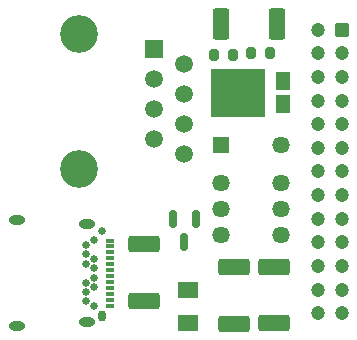
<source format=gbr>
%TF.GenerationSoftware,KiCad,Pcbnew,(6.0.5-0)*%
%TF.CreationDate,2022-06-12T16:17:49+02:00*%
%TF.ProjectId,Relay,52656c61-792e-46b6-9963-61645f706362,rev?*%
%TF.SameCoordinates,Original*%
%TF.FileFunction,Soldermask,Top*%
%TF.FilePolarity,Negative*%
%FSLAX46Y46*%
G04 Gerber Fmt 4.6, Leading zero omitted, Abs format (unit mm)*
G04 Created by KiCad (PCBNEW (6.0.5-0)) date 2022-06-12 16:17:49*
%MOMM*%
%LPD*%
G01*
G04 APERTURE LIST*
G04 Aperture macros list*
%AMRoundRect*
0 Rectangle with rounded corners*
0 $1 Rounding radius*
0 $2 $3 $4 $5 $6 $7 $8 $9 X,Y pos of 4 corners*
0 Add a 4 corners polygon primitive as box body*
4,1,4,$2,$3,$4,$5,$6,$7,$8,$9,$2,$3,0*
0 Add four circle primitives for the rounded corners*
1,1,$1+$1,$2,$3*
1,1,$1+$1,$4,$5*
1,1,$1+$1,$6,$7*
1,1,$1+$1,$8,$9*
0 Add four rect primitives between the rounded corners*
20,1,$1+$1,$2,$3,$4,$5,0*
20,1,$1+$1,$4,$5,$6,$7,0*
20,1,$1+$1,$6,$7,$8,$9,0*
20,1,$1+$1,$8,$9,$2,$3,0*%
G04 Aperture macros list end*
%ADD10R,1.800000X1.340000*%
%ADD11RoundRect,0.249999X-1.075001X0.450001X-1.075001X-0.450001X1.075001X-0.450001X1.075001X0.450001X0*%
%ADD12RoundRect,0.200000X0.200000X0.275000X-0.200000X0.275000X-0.200000X-0.275000X0.200000X-0.275000X0*%
%ADD13C,3.200000*%
%ADD14R,1.500000X1.500000*%
%ADD15C,1.500000*%
%ADD16RoundRect,0.150000X-0.150000X0.587500X-0.150000X-0.587500X0.150000X-0.587500X0.150000X0.587500X0*%
%ADD17R,1.200000X1.500000*%
%ADD18R,4.650000X4.150000*%
%ADD19RoundRect,0.250000X-0.350000X0.350000X-0.350000X-0.350000X0.350000X-0.350000X0.350000X0.350000X0*%
%ADD20C,1.200000*%
%ADD21O,0.650000X0.950000*%
%ADD22C,0.650000*%
%ADD23R,0.700000X0.300000*%
%ADD24O,1.400000X0.800000*%
%ADD25R,1.458000X1.458000*%
%ADD26C,1.458000*%
%ADD27RoundRect,0.249999X0.450001X1.075001X-0.450001X1.075001X-0.450001X-1.075001X0.450001X-1.075001X0*%
G04 APERTURE END LIST*
D10*
%TO.C,D1*%
X163150000Y-79462500D03*
X163150000Y-76602500D03*
%TD*%
D11*
%TO.C,R8*%
X170410000Y-74650000D03*
X170410000Y-79450000D03*
%TD*%
%TO.C,R7*%
X167020000Y-74680000D03*
X167020000Y-79480000D03*
%TD*%
D12*
%TO.C,R6*%
X170125000Y-56570000D03*
X168475000Y-56570000D03*
%TD*%
D13*
%TO.C,J3*%
X153950000Y-54987500D03*
X153950000Y-66417500D03*
D14*
X160300000Y-56257500D03*
D15*
X162840000Y-57527500D03*
X160300000Y-58797500D03*
X162840000Y-60067500D03*
X160300000Y-61337500D03*
X162840000Y-62607500D03*
X160300000Y-63877500D03*
X162840000Y-65147500D03*
%TD*%
D16*
%TO.C,Q1*%
X163790000Y-70652500D03*
X161890000Y-70652500D03*
X162840000Y-72527500D03*
%TD*%
D12*
%TO.C,R5*%
X166975000Y-56710000D03*
X165325000Y-56710000D03*
%TD*%
D17*
%TO.C,CR1*%
X171160000Y-58955000D03*
X171160000Y-60925000D03*
D18*
X167410000Y-59940000D03*
%TD*%
D19*
%TO.C,J1*%
X176150000Y-54592500D03*
D20*
X174150000Y-54592500D03*
X176150000Y-56592500D03*
X174150000Y-56592500D03*
X176150000Y-58592500D03*
X174150000Y-58592500D03*
X176150000Y-60592500D03*
X174150000Y-60592500D03*
X176150000Y-62592500D03*
X174150000Y-62592500D03*
X176150000Y-64592500D03*
X174150000Y-64592500D03*
X176150000Y-66592500D03*
X174150000Y-66592500D03*
X176150000Y-68592500D03*
X174150000Y-68592500D03*
X176150000Y-70592500D03*
X174150000Y-70592500D03*
X176150000Y-72592500D03*
X174150000Y-72592500D03*
X176150000Y-74592500D03*
X174150000Y-74592500D03*
X176150000Y-76592500D03*
X174150000Y-76592500D03*
X176150000Y-78592500D03*
X174150000Y-78592500D03*
%TD*%
D11*
%TO.C,R4*%
X159460000Y-72760000D03*
X159460000Y-77560000D03*
%TD*%
D21*
%TO.C,J2*%
X155850000Y-78800000D03*
D22*
X155850000Y-71600000D03*
D23*
X156510000Y-72450000D03*
X156510000Y-72950000D03*
X156510000Y-73450000D03*
X156510000Y-73950000D03*
X156510000Y-74450000D03*
X156510000Y-74950000D03*
X156510000Y-75450000D03*
X156510000Y-75950000D03*
X156510000Y-76450000D03*
X156510000Y-76950000D03*
X156510000Y-77450000D03*
X156510000Y-77950000D03*
D22*
X155200000Y-78000000D03*
X154500000Y-77600000D03*
X154500000Y-76800000D03*
X155200000Y-76400000D03*
X154500000Y-76000000D03*
X155200000Y-75600000D03*
X155200000Y-74800000D03*
X154500000Y-74400000D03*
X155200000Y-74000000D03*
X154500000Y-73600000D03*
X154500000Y-72800000D03*
X155200000Y-72400000D03*
D24*
X148650000Y-70710000D03*
X148650000Y-79690000D03*
X154600000Y-71070000D03*
X154600000Y-79330000D03*
%TD*%
D25*
%TO.C,K1*%
X165974500Y-64390000D03*
D26*
X165974500Y-67590000D03*
X165974500Y-69790000D03*
X165974500Y-71990000D03*
X171054500Y-71990000D03*
X171054500Y-69790000D03*
X171054500Y-67590000D03*
X171054500Y-64390000D03*
%TD*%
D27*
%TO.C,R1*%
X170720000Y-54070000D03*
X165920000Y-54070000D03*
%TD*%
M02*

</source>
